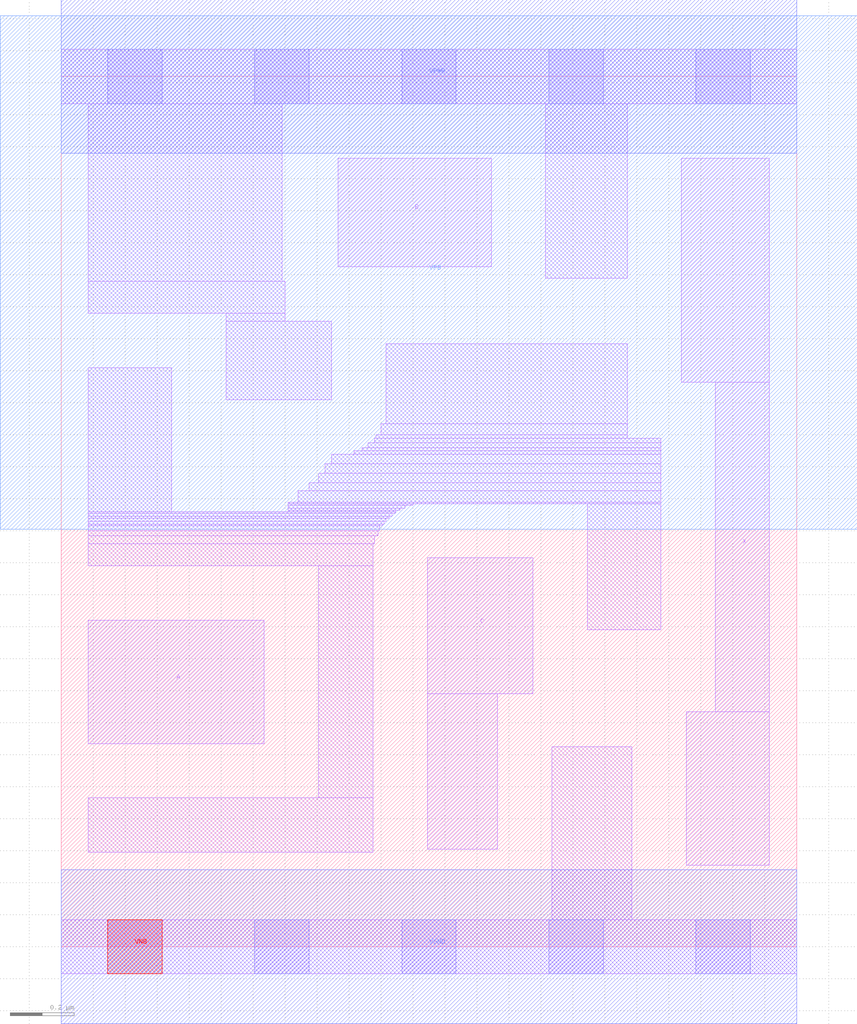
<source format=lef>
# Copyright 2020 The SkyWater PDK Authors
#
# Licensed under the Apache License, Version 2.0 (the "License");
# you may not use this file except in compliance with the License.
# You may obtain a copy of the License at
#
#     https://www.apache.org/licenses/LICENSE-2.0
#
# Unless required by applicable law or agreed to in writing, software
# distributed under the License is distributed on an "AS IS" BASIS,
# WITHOUT WARRANTIES OR CONDITIONS OF ANY KIND, either express or implied.
# See the License for the specific language governing permissions and
# limitations under the License.
#
# SPDX-License-Identifier: Apache-2.0

VERSION 5.7 ;
  NOWIREEXTENSIONATPIN ON ;
  DIVIDERCHAR "/" ;
  BUSBITCHARS "[]" ;
MACRO sky130_fd_sc_hd__and3_1
  CLASS CORE ;
  FOREIGN sky130_fd_sc_hd__and3_1 ;
  ORIGIN  0.000000  0.000000 ;
  SIZE  2.300000 BY  2.720000 ;
  SYMMETRY X Y R90 ;
  SITE unithd ;
  PIN A
    ANTENNAGATEAREA  0.126000 ;
    DIRECTION INPUT ;
    USE SIGNAL ;
    PORT
      LAYER li1 ;
        RECT 0.085000 0.635000 0.635000 1.020000 ;
    END
  END A
  PIN B
    ANTENNAGATEAREA  0.126000 ;
    DIRECTION INPUT ;
    USE SIGNAL ;
    PORT
      LAYER li1 ;
        RECT 0.865000 2.125000 1.345000 2.465000 ;
    END
  END B
  PIN C
    ANTENNAGATEAREA  0.126000 ;
    DIRECTION INPUT ;
    USE SIGNAL ;
    PORT
      LAYER li1 ;
        RECT 1.145000 0.305000 1.365000 0.790000 ;
        RECT 1.145000 0.790000 1.475000 1.215000 ;
    END
  END C
  PIN VNB
    PORT
      LAYER pwell ;
        RECT 0.145000 -0.085000 0.315000 0.085000 ;
    END
  END VNB
  PIN VPB
    PORT
      LAYER nwell ;
        RECT -0.190000 1.305000 2.490000 2.910000 ;
    END
  END VPB
  PIN X
    ANTENNADIFFAREA  0.429000 ;
    DIRECTION OUTPUT ;
    USE SIGNAL ;
    PORT
      LAYER li1 ;
        RECT 1.940000 1.765000 2.215000 2.465000 ;
        RECT 1.955000 0.255000 2.215000 0.735000 ;
        RECT 2.045000 0.735000 2.215000 1.765000 ;
    END
  END X
  PIN VGND
    DIRECTION INOUT ;
    SHAPE ABUTMENT ;
    USE GROUND ;
    PORT
      LAYER met1 ;
        RECT 0.000000 -0.240000 2.300000 0.240000 ;
    END
  END VGND
  PIN VPWR
    DIRECTION INOUT ;
    SHAPE ABUTMENT ;
    USE POWER ;
    PORT
      LAYER met1 ;
        RECT 0.000000 2.480000 2.300000 2.960000 ;
    END
  END VPWR
  OBS
    LAYER li1 ;
      RECT 0.000000 -0.085000 2.300000 0.085000 ;
      RECT 0.000000  2.635000 2.300000 2.805000 ;
      RECT 0.085000  0.295000 0.975000 0.465000 ;
      RECT 0.085000  1.190000 0.975000 1.260000 ;
      RECT 0.085000  1.260000 0.980000 1.285000 ;
      RECT 0.085000  1.285000 0.990000 1.300000 ;
      RECT 0.085000  1.300000 0.995000 1.315000 ;
      RECT 0.085000  1.315000 1.005000 1.320000 ;
      RECT 0.085000  1.320000 1.010000 1.330000 ;
      RECT 0.085000  1.330000 1.015000 1.340000 ;
      RECT 0.085000  1.340000 1.025000 1.345000 ;
      RECT 0.085000  1.345000 1.035000 1.355000 ;
      RECT 0.085000  1.355000 1.045000 1.360000 ;
      RECT 0.085000  1.360000 0.345000 1.810000 ;
      RECT 0.085000  1.980000 0.700000 2.080000 ;
      RECT 0.085000  2.080000 0.690000 2.635000 ;
      RECT 0.515000  1.710000 0.845000 1.955000 ;
      RECT 0.515000  1.955000 0.700000 1.980000 ;
      RECT 0.710000  1.360000 1.045000 1.365000 ;
      RECT 0.710000  1.365000 1.060000 1.370000 ;
      RECT 0.710000  1.370000 1.075000 1.380000 ;
      RECT 0.710000  1.380000 1.100000 1.385000 ;
      RECT 0.710000  1.385000 1.875000 1.390000 ;
      RECT 0.740000  1.390000 1.875000 1.425000 ;
      RECT 0.775000  1.425000 1.875000 1.450000 ;
      RECT 0.805000  0.465000 0.975000 1.190000 ;
      RECT 0.805000  1.450000 1.875000 1.480000 ;
      RECT 0.825000  1.480000 1.875000 1.510000 ;
      RECT 0.845000  1.510000 1.875000 1.540000 ;
      RECT 0.915000  1.540000 1.875000 1.550000 ;
      RECT 0.940000  1.550000 1.875000 1.560000 ;
      RECT 0.960000  1.560000 1.875000 1.575000 ;
      RECT 0.980000  1.575000 1.875000 1.590000 ;
      RECT 0.985000  1.590000 1.770000 1.600000 ;
      RECT 1.000000  1.600000 1.770000 1.635000 ;
      RECT 1.015000  1.635000 1.770000 1.885000 ;
      RECT 1.515000  2.090000 1.770000 2.635000 ;
      RECT 1.535000  0.085000 1.785000 0.625000 ;
      RECT 1.645000  0.990000 1.875000 1.385000 ;
    LAYER mcon ;
      RECT 0.145000 -0.085000 0.315000 0.085000 ;
      RECT 0.145000  2.635000 0.315000 2.805000 ;
      RECT 0.605000 -0.085000 0.775000 0.085000 ;
      RECT 0.605000  2.635000 0.775000 2.805000 ;
      RECT 1.065000 -0.085000 1.235000 0.085000 ;
      RECT 1.065000  2.635000 1.235000 2.805000 ;
      RECT 1.525000 -0.085000 1.695000 0.085000 ;
      RECT 1.525000  2.635000 1.695000 2.805000 ;
      RECT 1.985000 -0.085000 2.155000 0.085000 ;
      RECT 1.985000  2.635000 2.155000 2.805000 ;
  END
END sky130_fd_sc_hd__and3_1
END LIBRARY

</source>
